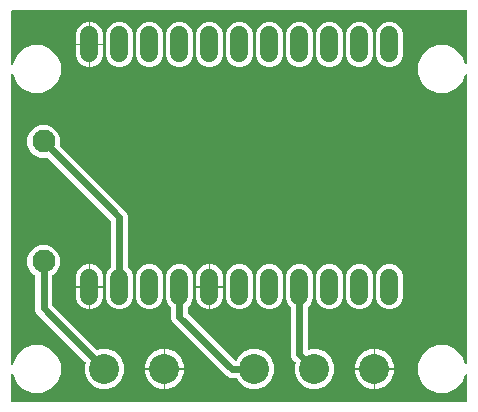
<source format=gbr>
G04 EAGLE Gerber RS-274X export*
G75*
%MOMM*%
%FSLAX34Y34*%
%LPD*%
%INBottom Copper*%
%IPPOS*%
%AMOC8*
5,1,8,0,0,1.08239X$1,22.5*%
G01*
G04 Define Apertures*
%ADD10C,1.524000*%
%ADD11C,2.540000*%
%ADD12C,1.930400*%
%ADD13C,0.609600*%
G36*
X395575Y10220D02*
X395825Y10392D01*
X395989Y10647D01*
X396040Y10922D01*
X396040Y33229D01*
X395980Y33526D01*
X395808Y33776D01*
X395553Y33939D01*
X395254Y33990D01*
X394959Y33920D01*
X394714Y33741D01*
X394574Y33520D01*
X391741Y26680D01*
X386070Y21009D01*
X378660Y17940D01*
X370640Y17940D01*
X363230Y21009D01*
X357559Y26680D01*
X354490Y34090D01*
X354490Y42110D01*
X357559Y49520D01*
X363230Y55191D01*
X370640Y58260D01*
X378660Y58260D01*
X386070Y55191D01*
X391741Y49520D01*
X394574Y42680D01*
X394744Y42428D01*
X394998Y42263D01*
X395296Y42210D01*
X395592Y42277D01*
X395838Y42455D01*
X395995Y42714D01*
X396040Y42971D01*
X396040Y287229D01*
X395980Y287526D01*
X395808Y287776D01*
X395553Y287939D01*
X395254Y287990D01*
X394959Y287920D01*
X394714Y287741D01*
X394574Y287520D01*
X391741Y280680D01*
X386070Y275009D01*
X378660Y271940D01*
X370640Y271940D01*
X363230Y275009D01*
X357559Y280680D01*
X354490Y288090D01*
X354490Y296110D01*
X357559Y303520D01*
X363230Y309191D01*
X370640Y312260D01*
X378660Y312260D01*
X386070Y309191D01*
X391741Y303520D01*
X394574Y296680D01*
X394744Y296428D01*
X394998Y296263D01*
X395296Y296210D01*
X395592Y296277D01*
X395838Y296455D01*
X395995Y296714D01*
X396040Y296971D01*
X396040Y341378D01*
X395980Y341675D01*
X395808Y341925D01*
X395553Y342089D01*
X395278Y342140D01*
X10922Y342140D01*
X10625Y342080D01*
X10375Y341908D01*
X10211Y341653D01*
X10160Y341378D01*
X10160Y296489D01*
X10220Y296191D01*
X10392Y295941D01*
X10647Y295778D01*
X10946Y295727D01*
X11241Y295797D01*
X11486Y295976D01*
X11626Y296197D01*
X14659Y303520D01*
X20330Y309191D01*
X27740Y312260D01*
X35760Y312260D01*
X43170Y309191D01*
X48841Y303520D01*
X51910Y296110D01*
X51910Y288090D01*
X48841Y280680D01*
X43170Y275009D01*
X35760Y271940D01*
X27740Y271940D01*
X20330Y275009D01*
X14659Y280680D01*
X11626Y288003D01*
X11457Y288255D01*
X11202Y288420D01*
X10904Y288473D01*
X10608Y288406D01*
X10362Y288228D01*
X10205Y287969D01*
X10160Y287711D01*
X10160Y42489D01*
X10220Y42191D01*
X10392Y41941D01*
X10647Y41778D01*
X10946Y41727D01*
X11241Y41797D01*
X11486Y41976D01*
X11626Y42197D01*
X14659Y49520D01*
X20330Y55191D01*
X27740Y58260D01*
X35760Y58260D01*
X43170Y55191D01*
X48841Y49520D01*
X51910Y42110D01*
X51910Y34090D01*
X48841Y26680D01*
X43170Y21009D01*
X35760Y17940D01*
X27740Y17940D01*
X20330Y21009D01*
X14659Y26680D01*
X11626Y34003D01*
X11457Y34255D01*
X11202Y34420D01*
X10904Y34473D01*
X10608Y34406D01*
X10362Y34228D01*
X10205Y33969D01*
X10160Y33711D01*
X10160Y10922D01*
X10220Y10625D01*
X10392Y10375D01*
X10647Y10211D01*
X10922Y10160D01*
X395278Y10160D01*
X395575Y10220D01*
G37*
%LPC*%
G36*
X99276Y293756D02*
X94982Y295535D01*
X91695Y298822D01*
X89916Y303116D01*
X89916Y323004D01*
X91695Y327298D01*
X94982Y330585D01*
X99276Y332364D01*
X103924Y332364D01*
X108218Y330585D01*
X111505Y327298D01*
X113284Y323004D01*
X113284Y303116D01*
X111505Y298822D01*
X108218Y295535D01*
X103924Y293756D01*
X99276Y293756D01*
G37*
G36*
X327876Y293756D02*
X323582Y295535D01*
X320295Y298822D01*
X318516Y303116D01*
X318516Y323004D01*
X320295Y327298D01*
X323582Y330585D01*
X327876Y332364D01*
X332524Y332364D01*
X336818Y330585D01*
X340105Y327298D01*
X341884Y323004D01*
X341884Y303116D01*
X340105Y298822D01*
X336818Y295535D01*
X332524Y293756D01*
X327876Y293756D01*
G37*
G36*
X150076Y293756D02*
X145782Y295535D01*
X142495Y298822D01*
X140716Y303116D01*
X140716Y323004D01*
X142495Y327298D01*
X145782Y330585D01*
X150076Y332364D01*
X154724Y332364D01*
X159018Y330585D01*
X162305Y327298D01*
X164084Y323004D01*
X164084Y303116D01*
X162305Y298822D01*
X159018Y295535D01*
X154724Y293756D01*
X150076Y293756D01*
G37*
G36*
X124676Y293756D02*
X120382Y295535D01*
X117095Y298822D01*
X115316Y303116D01*
X115316Y323004D01*
X117095Y327298D01*
X120382Y330585D01*
X124676Y332364D01*
X129324Y332364D01*
X133618Y330585D01*
X136905Y327298D01*
X138684Y323004D01*
X138684Y303116D01*
X136905Y298822D01*
X133618Y295535D01*
X129324Y293756D01*
X124676Y293756D01*
G37*
G36*
X64516Y313822D02*
X64516Y323004D01*
X66295Y327298D01*
X69582Y330585D01*
X73876Y332364D01*
X75438Y332364D01*
X75438Y313822D01*
X64516Y313822D01*
G37*
G36*
X302476Y293756D02*
X298182Y295535D01*
X294895Y298822D01*
X293116Y303116D01*
X293116Y323004D01*
X294895Y327298D01*
X298182Y330585D01*
X302476Y332364D01*
X307124Y332364D01*
X311418Y330585D01*
X314705Y327298D01*
X316484Y323004D01*
X316484Y303116D01*
X314705Y298822D01*
X311418Y295535D01*
X307124Y293756D01*
X302476Y293756D01*
G37*
G36*
X277076Y293756D02*
X272782Y295535D01*
X269495Y298822D01*
X267716Y303116D01*
X267716Y323004D01*
X269495Y327298D01*
X272782Y330585D01*
X277076Y332364D01*
X281724Y332364D01*
X286018Y330585D01*
X289305Y327298D01*
X291084Y323004D01*
X291084Y303116D01*
X289305Y298822D01*
X286018Y295535D01*
X281724Y293756D01*
X277076Y293756D01*
G37*
G36*
X251676Y293756D02*
X247382Y295535D01*
X244095Y298822D01*
X242316Y303116D01*
X242316Y323004D01*
X244095Y327298D01*
X247382Y330585D01*
X251676Y332364D01*
X256324Y332364D01*
X260618Y330585D01*
X263905Y327298D01*
X265684Y323004D01*
X265684Y303116D01*
X263905Y298822D01*
X260618Y295535D01*
X256324Y293756D01*
X251676Y293756D01*
G37*
G36*
X226276Y293756D02*
X221982Y295535D01*
X218695Y298822D01*
X216916Y303116D01*
X216916Y323004D01*
X218695Y327298D01*
X221982Y330585D01*
X226276Y332364D01*
X230924Y332364D01*
X235218Y330585D01*
X238505Y327298D01*
X240284Y323004D01*
X240284Y303116D01*
X238505Y298822D01*
X235218Y295535D01*
X230924Y293756D01*
X226276Y293756D01*
G37*
G36*
X200876Y293756D02*
X196582Y295535D01*
X193295Y298822D01*
X191516Y303116D01*
X191516Y323004D01*
X193295Y327298D01*
X196582Y330585D01*
X200876Y332364D01*
X205524Y332364D01*
X209818Y330585D01*
X213105Y327298D01*
X214884Y323004D01*
X214884Y303116D01*
X213105Y298822D01*
X209818Y295535D01*
X205524Y293756D01*
X200876Y293756D01*
G37*
G36*
X175476Y293756D02*
X171182Y295535D01*
X167895Y298822D01*
X166116Y303116D01*
X166116Y323004D01*
X167895Y327298D01*
X171182Y330585D01*
X175476Y332364D01*
X180124Y332364D01*
X184418Y330585D01*
X187705Y327298D01*
X189484Y323004D01*
X189484Y303116D01*
X187705Y298822D01*
X184418Y295535D01*
X180124Y293756D01*
X175476Y293756D01*
G37*
G36*
X76962Y313822D02*
X76962Y332364D01*
X78524Y332364D01*
X82818Y330585D01*
X86105Y327298D01*
X87884Y323004D01*
X87884Y313822D01*
X76962Y313822D01*
G37*
G36*
X73876Y293756D02*
X69582Y295535D01*
X66295Y298822D01*
X64516Y303116D01*
X64516Y312298D01*
X75438Y312298D01*
X75438Y293756D01*
X73876Y293756D01*
G37*
G36*
X76962Y293756D02*
X76962Y312298D01*
X87884Y312298D01*
X87884Y303116D01*
X86105Y298822D01*
X82818Y295535D01*
X78524Y293756D01*
X76962Y293756D01*
G37*
G36*
X99276Y88646D02*
X94982Y90425D01*
X91695Y93712D01*
X89916Y98006D01*
X89916Y117894D01*
X91695Y122188D01*
X94265Y124759D01*
X94432Y125011D01*
X94488Y125297D01*
X94488Y163365D01*
X94428Y163662D01*
X94265Y163903D01*
X41084Y217084D01*
X40831Y217252D01*
X40533Y217307D01*
X40253Y217250D01*
X40066Y217172D01*
X34610Y217172D01*
X29569Y219260D01*
X25710Y223119D01*
X23622Y228160D01*
X23622Y233616D01*
X25710Y238658D01*
X29569Y242516D01*
X34610Y244604D01*
X40066Y244604D01*
X45108Y242516D01*
X48966Y238658D01*
X51054Y233616D01*
X51054Y228160D01*
X50977Y227973D01*
X50919Y227675D01*
X50981Y227378D01*
X51142Y227142D01*
X107629Y170655D01*
X108712Y168041D01*
X108712Y125297D01*
X108772Y125000D01*
X108935Y124759D01*
X111505Y122188D01*
X113284Y117894D01*
X113284Y98006D01*
X111505Y93712D01*
X108218Y90425D01*
X103924Y88646D01*
X99276Y88646D01*
G37*
G36*
X85565Y21336D02*
X79404Y23888D01*
X74688Y28604D01*
X72136Y34765D01*
X72136Y41435D01*
X72929Y43348D01*
X72987Y43646D01*
X72924Y43943D01*
X72764Y44179D01*
X31309Y85633D01*
X30226Y88247D01*
X30226Y116879D01*
X30166Y117176D01*
X29994Y117426D01*
X29756Y117583D01*
X29569Y117660D01*
X25710Y121519D01*
X23622Y126560D01*
X23622Y132016D01*
X25710Y137058D01*
X29569Y140916D01*
X34610Y143004D01*
X40066Y143004D01*
X45108Y140916D01*
X48966Y137058D01*
X51054Y132016D01*
X51054Y126560D01*
X48966Y121519D01*
X45108Y117660D01*
X44920Y117583D01*
X44669Y117413D01*
X44503Y117159D01*
X44450Y116879D01*
X44450Y92924D01*
X44510Y92626D01*
X44673Y92385D01*
X82821Y54237D01*
X83074Y54069D01*
X83372Y54013D01*
X83652Y54071D01*
X85565Y54864D01*
X92235Y54864D01*
X98396Y52312D01*
X103112Y47596D01*
X105664Y41435D01*
X105664Y34765D01*
X103112Y28604D01*
X98396Y23888D01*
X92235Y21336D01*
X85565Y21336D01*
G37*
G36*
X124676Y88646D02*
X120382Y90425D01*
X117095Y93712D01*
X115316Y98006D01*
X115316Y117894D01*
X117095Y122188D01*
X120382Y125475D01*
X124676Y127254D01*
X129324Y127254D01*
X133618Y125475D01*
X136905Y122188D01*
X138684Y117894D01*
X138684Y98006D01*
X136905Y93712D01*
X133618Y90425D01*
X129324Y88646D01*
X124676Y88646D01*
G37*
G36*
X64516Y108712D02*
X64516Y117894D01*
X66295Y122188D01*
X69582Y125475D01*
X73876Y127254D01*
X75438Y127254D01*
X75438Y108712D01*
X64516Y108712D01*
G37*
G36*
X76962Y108712D02*
X76962Y127254D01*
X78524Y127254D01*
X82818Y125475D01*
X86105Y122188D01*
X87884Y117894D01*
X87884Y108712D01*
X76962Y108712D01*
G37*
G36*
X178562Y108712D02*
X178562Y127254D01*
X180124Y127254D01*
X184418Y125475D01*
X187705Y122188D01*
X189484Y117894D01*
X189484Y108712D01*
X178562Y108712D01*
G37*
G36*
X226276Y88646D02*
X221982Y90425D01*
X218695Y93712D01*
X216916Y98006D01*
X216916Y117894D01*
X218695Y122188D01*
X221982Y125475D01*
X226276Y127254D01*
X230924Y127254D01*
X235218Y125475D01*
X238505Y122188D01*
X240284Y117894D01*
X240284Y98006D01*
X238505Y93712D01*
X235218Y90425D01*
X230924Y88646D01*
X226276Y88646D01*
G37*
G36*
X327876Y88646D02*
X323582Y90425D01*
X320295Y93712D01*
X318516Y98006D01*
X318516Y117894D01*
X320295Y122188D01*
X323582Y125475D01*
X327876Y127254D01*
X332524Y127254D01*
X336818Y125475D01*
X340105Y122188D01*
X341884Y117894D01*
X341884Y98006D01*
X340105Y93712D01*
X336818Y90425D01*
X332524Y88646D01*
X327876Y88646D01*
G37*
G36*
X302476Y88646D02*
X298182Y90425D01*
X294895Y93712D01*
X293116Y98006D01*
X293116Y117894D01*
X294895Y122188D01*
X298182Y125475D01*
X302476Y127254D01*
X307124Y127254D01*
X311418Y125475D01*
X314705Y122188D01*
X316484Y117894D01*
X316484Y98006D01*
X314705Y93712D01*
X311418Y90425D01*
X307124Y88646D01*
X302476Y88646D01*
G37*
G36*
X277076Y88646D02*
X272782Y90425D01*
X269495Y93712D01*
X267716Y98006D01*
X267716Y117894D01*
X269495Y122188D01*
X272782Y125475D01*
X277076Y127254D01*
X281724Y127254D01*
X286018Y125475D01*
X289305Y122188D01*
X291084Y117894D01*
X291084Y98006D01*
X289305Y93712D01*
X286018Y90425D01*
X281724Y88646D01*
X277076Y88646D01*
G37*
G36*
X263365Y21336D02*
X257204Y23888D01*
X252488Y28604D01*
X249936Y34765D01*
X249936Y41435D01*
X250729Y43348D01*
X250787Y43646D01*
X250724Y43943D01*
X250564Y44179D01*
X247971Y46771D01*
X246888Y49385D01*
X246888Y90603D01*
X246828Y90900D01*
X246665Y91142D01*
X244095Y93712D01*
X242316Y98006D01*
X242316Y117894D01*
X244095Y122188D01*
X247382Y125475D01*
X251676Y127254D01*
X256324Y127254D01*
X260618Y125475D01*
X263905Y122188D01*
X265684Y117894D01*
X265684Y98006D01*
X263905Y93712D01*
X261335Y91142D01*
X261168Y90889D01*
X261112Y90603D01*
X261112Y55071D01*
X261172Y54774D01*
X261344Y54524D01*
X261599Y54360D01*
X261898Y54309D01*
X262166Y54367D01*
X263365Y54864D01*
X270035Y54864D01*
X276196Y52312D01*
X280912Y47596D01*
X283464Y41435D01*
X283464Y34765D01*
X280912Y28604D01*
X276196Y23888D01*
X270035Y21336D01*
X263365Y21336D01*
G37*
G36*
X200876Y88646D02*
X196582Y90425D01*
X193295Y93712D01*
X191516Y98006D01*
X191516Y117894D01*
X193295Y122188D01*
X196582Y125475D01*
X200876Y127254D01*
X205524Y127254D01*
X209818Y125475D01*
X213105Y122188D01*
X214884Y117894D01*
X214884Y98006D01*
X213105Y93712D01*
X209818Y90425D01*
X205524Y88646D01*
X200876Y88646D01*
G37*
G36*
X166116Y108712D02*
X166116Y117894D01*
X167895Y122188D01*
X171182Y125475D01*
X175476Y127254D01*
X177038Y127254D01*
X177038Y108712D01*
X166116Y108712D01*
G37*
G36*
X212565Y21336D02*
X206404Y23888D01*
X201688Y28604D01*
X200896Y30518D01*
X200726Y30769D01*
X200472Y30935D01*
X200192Y30988D01*
X195435Y30988D01*
X192821Y32071D01*
X146371Y78521D01*
X145288Y81135D01*
X145288Y90603D01*
X145228Y90900D01*
X145065Y91142D01*
X142495Y93712D01*
X140716Y98006D01*
X140716Y117894D01*
X142495Y122188D01*
X145782Y125475D01*
X150076Y127254D01*
X154724Y127254D01*
X159018Y125475D01*
X162305Y122188D01*
X164084Y117894D01*
X164084Y98006D01*
X162305Y93712D01*
X159735Y91142D01*
X159568Y90889D01*
X159512Y90603D01*
X159512Y85812D01*
X159572Y85514D01*
X159735Y85273D01*
X199573Y45435D01*
X199826Y45268D01*
X200112Y45212D01*
X200192Y45212D01*
X200489Y45272D01*
X200739Y45444D01*
X200896Y45682D01*
X201688Y47596D01*
X206404Y52312D01*
X212565Y54864D01*
X219235Y54864D01*
X225396Y52312D01*
X230112Y47596D01*
X232664Y41435D01*
X232664Y34765D01*
X230112Y28604D01*
X225396Y23888D01*
X219235Y21336D01*
X212565Y21336D01*
G37*
G36*
X178562Y88646D02*
X178562Y107188D01*
X189484Y107188D01*
X189484Y98006D01*
X187705Y93712D01*
X184418Y90425D01*
X180124Y88646D01*
X178562Y88646D01*
G37*
G36*
X175476Y88646D02*
X171182Y90425D01*
X167895Y93712D01*
X166116Y98006D01*
X166116Y107188D01*
X177038Y107188D01*
X177038Y88646D01*
X175476Y88646D01*
G37*
G36*
X76962Y88646D02*
X76962Y107188D01*
X87884Y107188D01*
X87884Y98006D01*
X86105Y93712D01*
X82818Y90425D01*
X78524Y88646D01*
X76962Y88646D01*
G37*
G36*
X73876Y88646D02*
X69582Y90425D01*
X66295Y93712D01*
X64516Y98006D01*
X64516Y107188D01*
X75438Y107188D01*
X75438Y88646D01*
X73876Y88646D01*
G37*
G36*
X122936Y38862D02*
X122936Y41435D01*
X125488Y47596D01*
X130204Y52312D01*
X136365Y54864D01*
X138938Y54864D01*
X138938Y38862D01*
X122936Y38862D01*
G37*
G36*
X300736Y38862D02*
X300736Y41435D01*
X303288Y47596D01*
X308004Y52312D01*
X314165Y54864D01*
X316738Y54864D01*
X316738Y38862D01*
X300736Y38862D01*
G37*
G36*
X318262Y38862D02*
X318262Y54864D01*
X320835Y54864D01*
X326996Y52312D01*
X331712Y47596D01*
X334264Y41435D01*
X334264Y38862D01*
X318262Y38862D01*
G37*
G36*
X140462Y38862D02*
X140462Y54864D01*
X143035Y54864D01*
X149196Y52312D01*
X153912Y47596D01*
X156464Y41435D01*
X156464Y38862D01*
X140462Y38862D01*
G37*
G36*
X318262Y21336D02*
X318262Y37338D01*
X334264Y37338D01*
X334264Y34765D01*
X331712Y28604D01*
X326996Y23888D01*
X320835Y21336D01*
X318262Y21336D01*
G37*
G36*
X314165Y21336D02*
X308004Y23888D01*
X303288Y28604D01*
X300736Y34765D01*
X300736Y37338D01*
X316738Y37338D01*
X316738Y21336D01*
X314165Y21336D01*
G37*
G36*
X140462Y21336D02*
X140462Y37338D01*
X156464Y37338D01*
X156464Y34765D01*
X153912Y28604D01*
X149196Y23888D01*
X143035Y21336D01*
X140462Y21336D01*
G37*
G36*
X136365Y21336D02*
X130204Y23888D01*
X125488Y28604D01*
X122936Y34765D01*
X122936Y37338D01*
X138938Y37338D01*
X138938Y21336D01*
X136365Y21336D01*
G37*
%LPD*%
D10*
X76200Y100330D02*
X76200Y115570D01*
X101600Y115570D02*
X101600Y100330D01*
X127000Y100330D02*
X127000Y115570D01*
X152400Y115570D02*
X152400Y100330D01*
X177800Y100330D02*
X177800Y115570D01*
X203200Y115570D02*
X203200Y100330D01*
X228600Y100330D02*
X228600Y115570D01*
X254000Y115570D02*
X254000Y100330D01*
X279400Y100330D02*
X279400Y115570D01*
X304800Y115570D02*
X304800Y100330D01*
X330200Y100330D02*
X330200Y115570D01*
X76200Y305440D02*
X76200Y320680D01*
X101600Y320680D02*
X101600Y305440D01*
X127000Y305440D02*
X127000Y320680D01*
X152400Y320680D02*
X152400Y305440D01*
X177800Y305440D02*
X177800Y320680D01*
X203200Y320680D02*
X203200Y305440D01*
X228600Y305440D02*
X228600Y320680D01*
X254000Y320680D02*
X254000Y305440D01*
X279400Y305440D02*
X279400Y320680D01*
X304800Y320680D02*
X304800Y305440D01*
X330200Y305440D02*
X330200Y320680D01*
D11*
X317500Y38100D03*
X266700Y38100D03*
X215900Y38100D03*
X88900Y38100D03*
X139700Y38100D03*
D12*
X37338Y129288D03*
X37338Y230888D03*
D13*
X254000Y50800D02*
X266700Y38100D01*
X254000Y50800D02*
X254000Y107950D01*
X152400Y107950D02*
X152400Y82550D01*
X196850Y38100D01*
X215900Y38100D01*
X37338Y89662D02*
X37338Y129288D01*
X37338Y89662D02*
X88900Y38100D01*
X101600Y166626D02*
X37338Y230888D01*
X101600Y166626D02*
X101600Y107950D01*
M02*

</source>
